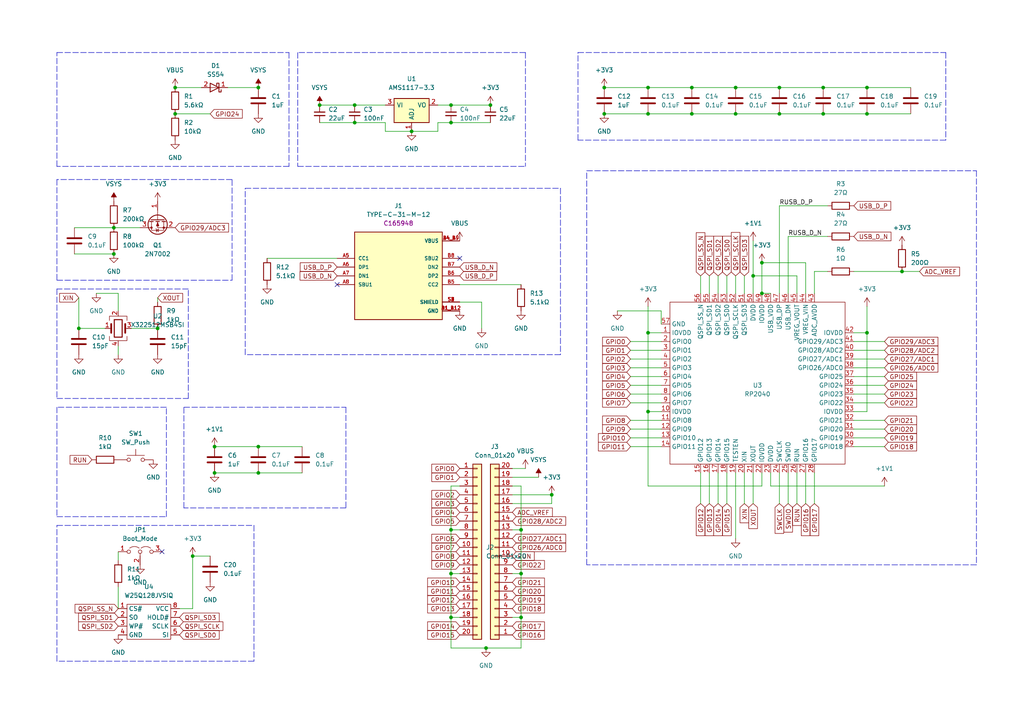
<source format=kicad_sch>
(kicad_sch (version 20211123) (generator eeschema)
  (paper "A4")
  (junction (at 130.81 179.07))
  (junction (at 213.36 25.4))
  (junction (at 130.81 35.56))
  (junction (at 187.96 119.38))
  (junction (at 130.81 30.48))
  (junction (at 45.72 95.25))
  (junction (at 151.13 166.37))
  (junction (at 251.46 25.4))
  (junction (at 218.44 80.01))
  (junction (at 175.26 33.02))
  (junction (at 175.26 25.4))
  (junction (at 213.36 33.02))
  (junction (at 102.87 35.56))
  (junction (at 74.93 129.54))
  (junction (at 151.13 153.67))
  (junction (at 251.46 33.02))
  (junction (at 200.66 25.4))
  (junction (at 238.76 33.02))
  (junction (at 187.96 33.02))
  (junction (at 22.86 95.25))
  (junction (at 62.23 137.16))
  (junction (at 251.46 96.52))
  (junction (at 220.98 76.2))
  (junction (at 238.76 25.4))
  (junction (at 140.97 187.96))
  (junction (at 55.88 161.29))
  (junction (at 50.8 25.4))
  (junction (at 187.96 96.52))
  (junction (at 187.96 25.4))
  (junction (at 102.87 30.48))
  (junction (at 226.06 25.4))
  (junction (at 33.02 66.04))
  (junction (at 74.93 137.16))
  (junction (at 226.06 33.02))
  (junction (at 33.02 73.66))
  (junction (at 160.02 143.51))
  (junction (at 130.81 166.37))
  (junction (at 119.38 38.1))
  (junction (at 200.66 33.02))
  (junction (at 151.13 179.07))
  (junction (at 62.23 129.54))
  (junction (at 74.93 25.4))
  (junction (at 130.81 153.67))
  (junction (at 220.98 85.09))
  (junction (at 142.24 30.48))
  (junction (at 50.8 33.02))
  (junction (at 261.62 78.74))
  (junction (at 92.71 30.48))
  (no_connect (at 46.99 160.02))
  (no_connect (at 97.79 82.55))
  (no_connect (at 133.35 74.93))
  (wire (pts (xy 133.35 140.97) (xy 130.81 140.97)))
  (wire (pts (xy 205.74 137.16) (xy 205.74 146.05)))
  (wire (pts (xy 213.36 80.01) (xy 213.36 85.09)))
  (wire (pts (xy 220.98 85.09) (xy 223.52 85.09)))
  (polyline (pts (xy 16.51 191.77) (xy 16.51 152.4)))
  (wire (pts (xy 182.88 127) (xy 191.77 127)))
  (wire (pts (xy 208.28 137.16) (xy 208.28 146.05)))
  (wire (pts (xy 133.35 153.67) (xy 130.81 153.67)))
  (wire (pts (xy 200.66 25.4) (xy 213.36 25.4)))
  (wire (pts (xy 130.81 140.97) (xy 130.81 153.67)))
  (polyline (pts (xy 16.51 118.11) (xy 16.51 149.86)))
  (polyline (pts (xy 162.56 54.61) (xy 162.56 102.87)))
  (polyline (pts (xy 167.64 15.24) (xy 274.32 15.24)))
  (wire (pts (xy 247.65 119.38) (xy 251.46 119.38)))
  (wire (pts (xy 191.77 119.38) (xy 187.96 119.38)))
  (wire (pts (xy 220.98 137.16) (xy 220.98 140.97)))
  (wire (pts (xy 247.65 111.76) (xy 256.54 111.76)))
  (wire (pts (xy 127 35.56) (xy 127 38.1)))
  (wire (pts (xy 33.02 66.04) (xy 40.64 66.04)))
  (wire (pts (xy 175.26 33.02) (xy 187.96 33.02)))
  (wire (pts (xy 238.76 25.4) (xy 251.46 25.4)))
  (wire (pts (xy 21.59 66.04) (xy 33.02 66.04)))
  (wire (pts (xy 220.98 76.2) (xy 220.98 85.09)))
  (polyline (pts (xy 86.36 15.24) (xy 86.36 48.26)))
  (polyline (pts (xy 274.32 15.24) (xy 274.32 40.64)))
  (wire (pts (xy 236.22 85.09) (xy 236.22 78.74)))
  (wire (pts (xy 251.46 119.38) (xy 251.46 96.52)))
  (polyline (pts (xy 16.51 48.26) (xy 16.51 15.24)))
  (wire (pts (xy 210.82 137.16) (xy 210.82 146.05)))
  (wire (pts (xy 92.71 30.48) (xy 102.87 30.48)))
  (wire (pts (xy 226.06 33.02) (xy 238.76 33.02)))
  (wire (pts (xy 226.06 59.69) (xy 240.03 59.69)))
  (polyline (pts (xy 83.82 48.26) (xy 16.51 48.26)))
  (wire (pts (xy 127 38.1) (xy 119.38 38.1)))
  (polyline (pts (xy 274.32 40.64) (xy 167.64 40.64)))
  (wire (pts (xy 130.81 35.56) (xy 127 35.56)))
  (wire (pts (xy 45.72 86.36) (xy 45.72 87.63)))
  (wire (pts (xy 182.88 99.06) (xy 191.77 99.06)))
  (polyline (pts (xy 73.66 152.4) (xy 73.66 191.77)))
  (wire (pts (xy 58.42 25.4) (xy 50.8 25.4)))
  (polyline (pts (xy 167.64 40.64) (xy 167.64 15.24)))
  (wire (pts (xy 102.87 30.48) (xy 111.76 30.48)))
  (polyline (pts (xy 152.4 15.24) (xy 152.4 48.26)))
  (wire (pts (xy 218.44 137.16) (xy 218.44 146.05)))
  (polyline (pts (xy 48.26 118.11) (xy 16.51 118.11)))
  (wire (pts (xy 151.13 179.07) (xy 151.13 166.37)))
  (wire (pts (xy 62.23 129.54) (xy 74.93 129.54)))
  (polyline (pts (xy 71.12 54.61) (xy 162.56 54.61)))
  (polyline (pts (xy 16.51 15.24) (xy 83.82 15.24)))
  (polyline (pts (xy 48.26 149.86) (xy 48.26 118.11)))
  (polyline (pts (xy 54.61 83.82) (xy 16.51 83.82)))
  (polyline (pts (xy 73.66 191.77) (xy 16.51 191.77)))
  (wire (pts (xy 55.88 176.53) (xy 55.88 161.29)))
  (wire (pts (xy 223.52 140.97) (xy 223.52 137.16)))
  (wire (pts (xy 247.65 99.06) (xy 256.54 99.06)))
  (wire (pts (xy 187.96 33.02) (xy 200.66 33.02)))
  (wire (pts (xy 182.88 114.3) (xy 191.77 114.3)))
  (wire (pts (xy 247.65 109.22) (xy 256.54 109.22)))
  (wire (pts (xy 233.68 85.09) (xy 233.68 76.2)))
  (wire (pts (xy 226.06 25.4) (xy 238.76 25.4)))
  (wire (pts (xy 60.96 33.02) (xy 50.8 33.02)))
  (polyline (pts (xy 53.34 118.11) (xy 100.33 118.11)))
  (wire (pts (xy 133.35 82.55) (xy 151.13 82.55)))
  (wire (pts (xy 213.36 137.16) (xy 213.36 156.21)))
  (wire (pts (xy 34.29 160.02) (xy 34.29 162.56)))
  (wire (pts (xy 247.65 101.6) (xy 256.54 101.6)))
  (polyline (pts (xy 54.61 115.57) (xy 54.61 83.82)))
  (wire (pts (xy 182.88 104.14) (xy 191.77 104.14)))
  (wire (pts (xy 139.7 87.63) (xy 139.7 95.25)))
  (wire (pts (xy 21.59 73.66) (xy 33.02 73.66)))
  (wire (pts (xy 102.87 35.56) (xy 111.76 35.56)))
  (wire (pts (xy 236.22 78.74) (xy 240.03 78.74)))
  (wire (pts (xy 148.59 138.43) (xy 156.21 138.43)))
  (wire (pts (xy 191.77 90.17) (xy 191.77 93.98)))
  (wire (pts (xy 247.65 78.74) (xy 261.62 78.74)))
  (wire (pts (xy 256.54 140.97) (xy 223.52 140.97)))
  (wire (pts (xy 151.13 166.37) (xy 151.13 153.67)))
  (wire (pts (xy 130.81 153.67) (xy 130.81 166.37)))
  (polyline (pts (xy 67.31 52.07) (xy 16.51 52.07)))
  (wire (pts (xy 182.88 111.76) (xy 191.77 111.76)))
  (wire (pts (xy 203.2 80.01) (xy 203.2 85.09)))
  (wire (pts (xy 179.07 90.17) (xy 191.77 90.17)))
  (wire (pts (xy 148.59 153.67) (xy 151.13 153.67)))
  (wire (pts (xy 38.1 95.25) (xy 45.72 95.25)))
  (wire (pts (xy 231.14 80.01) (xy 218.44 80.01)))
  (wire (pts (xy 228.6 137.16) (xy 228.6 146.05)))
  (wire (pts (xy 215.9 80.01) (xy 215.9 85.09)))
  (wire (pts (xy 77.47 74.93) (xy 97.79 74.93)))
  (wire (pts (xy 55.88 161.29) (xy 60.96 161.29)))
  (wire (pts (xy 215.9 137.16) (xy 215.9 146.05)))
  (wire (pts (xy 210.82 80.01) (xy 210.82 85.09)))
  (polyline (pts (xy 16.51 149.86) (xy 48.26 149.86)))
  (wire (pts (xy 187.96 25.4) (xy 200.66 25.4)))
  (wire (pts (xy 261.62 78.74) (xy 266.7 78.74)))
  (wire (pts (xy 22.86 95.25) (xy 30.48 95.25)))
  (wire (pts (xy 236.22 137.16) (xy 236.22 146.05)))
  (wire (pts (xy 251.46 88.9) (xy 251.46 96.52)))
  (polyline (pts (xy 170.18 163.83) (xy 170.18 49.53)))
  (polyline (pts (xy 283.21 163.83) (xy 170.18 163.83)))
  (wire (pts (xy 231.14 137.16) (xy 231.14 146.05)))
  (polyline (pts (xy 283.21 49.53) (xy 283.21 163.83)))
  (wire (pts (xy 220.98 140.97) (xy 187.96 140.97)))
  (polyline (pts (xy 16.51 81.28) (xy 67.31 81.28)))
  (wire (pts (xy 148.59 179.07) (xy 151.13 179.07)))
  (wire (pts (xy 231.14 85.09) (xy 231.14 80.01)))
  (polyline (pts (xy 162.56 102.87) (xy 71.12 102.87)))
  (wire (pts (xy 182.88 101.6) (xy 191.77 101.6)))
  (wire (pts (xy 127 30.48) (xy 130.81 30.48)))
  (polyline (pts (xy 16.51 52.07) (xy 16.51 81.28)))
  (wire (pts (xy 213.36 33.02) (xy 226.06 33.02)))
  (wire (pts (xy 34.29 170.18) (xy 34.29 176.53)))
  (wire (pts (xy 148.59 166.37) (xy 151.13 166.37)))
  (wire (pts (xy 205.74 80.01) (xy 205.74 85.09)))
  (polyline (pts (xy 16.51 152.4) (xy 73.66 152.4)))
  (polyline (pts (xy 100.33 147.32) (xy 53.34 147.32)))
  (wire (pts (xy 66.04 25.4) (xy 74.93 25.4)))
  (wire (pts (xy 22.86 86.36) (xy 22.86 95.25)))
  (wire (pts (xy 148.59 135.89) (xy 152.4 135.89)))
  (wire (pts (xy 148.59 146.05) (xy 160.02 146.05)))
  (wire (pts (xy 133.35 179.07) (xy 130.81 179.07)))
  (wire (pts (xy 228.6 85.09) (xy 228.6 68.58)))
  (wire (pts (xy 34.29 85.09) (xy 34.29 90.17)))
  (wire (pts (xy 182.88 109.22) (xy 191.77 109.22)))
  (wire (pts (xy 133.35 166.37) (xy 130.81 166.37)))
  (wire (pts (xy 187.96 88.9) (xy 187.96 96.52)))
  (wire (pts (xy 182.88 116.84) (xy 191.77 116.84)))
  (wire (pts (xy 208.28 80.01) (xy 208.28 85.09)))
  (wire (pts (xy 74.93 129.54) (xy 87.63 129.54)))
  (wire (pts (xy 247.65 127) (xy 256.54 127)))
  (wire (pts (xy 151.13 187.96) (xy 151.13 179.07)))
  (wire (pts (xy 52.07 176.53) (xy 55.88 176.53)))
  (polyline (pts (xy 83.82 15.24) (xy 83.82 48.26)))
  (wire (pts (xy 133.35 87.63) (xy 139.7 87.63)))
  (polyline (pts (xy 100.33 118.11) (xy 100.33 147.32)))
  (wire (pts (xy 233.68 76.2) (xy 220.98 76.2)))
  (wire (pts (xy 247.65 124.46) (xy 256.54 124.46)))
  (wire (pts (xy 251.46 33.02) (xy 264.16 33.02)))
  (wire (pts (xy 187.96 96.52) (xy 191.77 96.52)))
  (wire (pts (xy 74.93 137.16) (xy 87.63 137.16)))
  (wire (pts (xy 182.88 121.92) (xy 191.77 121.92)))
  (wire (pts (xy 148.59 143.51) (xy 160.02 143.51)))
  (wire (pts (xy 213.36 25.4) (xy 226.06 25.4)))
  (wire (pts (xy 34.29 102.87) (xy 34.29 100.33)))
  (wire (pts (xy 142.24 35.56) (xy 130.81 35.56)))
  (wire (pts (xy 203.2 137.16) (xy 203.2 146.05)))
  (wire (pts (xy 140.97 187.96) (xy 151.13 187.96)))
  (polyline (pts (xy 16.51 83.82) (xy 16.51 115.57)))
  (wire (pts (xy 228.6 68.58) (xy 240.03 68.58)))
  (wire (pts (xy 92.71 35.56) (xy 102.87 35.56)))
  (wire (pts (xy 247.65 114.3) (xy 256.54 114.3)))
  (polyline (pts (xy 53.34 147.32) (xy 53.34 118.11)))
  (wire (pts (xy 182.88 129.54) (xy 191.77 129.54)))
  (wire (pts (xy 182.88 106.68) (xy 191.77 106.68)))
  (wire (pts (xy 251.46 25.4) (xy 264.16 25.4)))
  (wire (pts (xy 247.65 129.54) (xy 256.54 129.54)))
  (wire (pts (xy 238.76 33.02) (xy 251.46 33.02)))
  (wire (pts (xy 151.13 140.97) (xy 148.59 140.97)))
  (wire (pts (xy 130.81 30.48) (xy 142.24 30.48)))
  (wire (pts (xy 247.65 121.92) (xy 256.54 121.92)))
  (wire (pts (xy 247.65 104.14) (xy 256.54 104.14)))
  (wire (pts (xy 226.06 85.09) (xy 226.06 59.69)))
  (wire (pts (xy 111.76 38.1) (xy 119.38 38.1)))
  (wire (pts (xy 226.06 137.16) (xy 226.06 146.05)))
  (wire (pts (xy 130.81 179.07) (xy 130.81 187.96)))
  (wire (pts (xy 200.66 33.02) (xy 213.36 33.02)))
  (wire (pts (xy 151.13 153.67) (xy 151.13 140.97)))
  (wire (pts (xy 247.65 106.68) (xy 256.54 106.68)))
  (polyline (pts (xy 170.18 49.53) (xy 283.21 49.53)))
  (wire (pts (xy 160.02 146.05) (xy 160.02 143.51)))
  (wire (pts (xy 218.44 80.01) (xy 218.44 85.09)))
  (wire (pts (xy 130.81 187.96) (xy 140.97 187.96)))
  (polyline (pts (xy 16.51 115.57) (xy 54.61 115.57)))
  (wire (pts (xy 130.81 166.37) (xy 130.81 179.07)))
  (wire (pts (xy 187.96 140.97) (xy 187.96 119.38)))
  (wire (pts (xy 218.44 69.85) (xy 218.44 80.01)))
  (wire (pts (xy 251.46 96.52) (xy 247.65 96.52)))
  (polyline (pts (xy 67.31 81.28) (xy 67.31 52.07)))
  (wire (pts (xy 111.76 35.56) (xy 111.76 38.1)))
  (wire (pts (xy 182.88 124.46) (xy 191.77 124.46)))
  (polyline (pts (xy 71.12 102.87) (xy 71.12 54.61)))
  (wire (pts (xy 247.65 116.84) (xy 256.54 116.84)))
  (wire (pts (xy 27.94 85.09) (xy 34.29 85.09)))
  (wire (pts (xy 233.68 137.16) (xy 233.68 146.05)))
  (wire (pts (xy 62.23 137.16) (xy 74.93 137.16)))
  (wire (pts (xy 187.96 96.52) (xy 187.96 119.38)))
  (polyline (pts (xy 86.36 48.26) (xy 152.4 48.26)))
  (polyline (pts (xy 152.4 15.24) (xy 86.36 15.24)))
  (wire (pts (xy 175.26 25.4) (xy 187.96 25.4)))
  (label "RUSB_D_N" (at 228.6 68.58 0))
  (label "RUSB_D_P" (at 226.06 59.69 0))
  (global_label "GPIO27{slash}ADC1" (shape input) (at 148.59 156.21 0) (property "Intersheet References" "${INTERSHEET_REFS}" (effects hide)))
  (global_label "GPIO26{slash}ADC0" (shape input) (at 148.59 158.75 0) (property "Intersheet References" "${INTERSHEET_REFS}" (effects hide)))
  (global_label "GPIO15" (shape input) (at 133.35 184.15 180) (property "Intersheet References" "${INTERSHEET_REFS}" (effects hide)))
  (global_label "GPIO20" (shape input) (at 256.54 124.46 0) (property "Intersheet References" "${INTERSHEET_REFS}" (effects hide)))
  (global_label "GPIO2" (shape input) (at 182.88 104.14 180) (property "Intersheet References" "${INTERSHEET_REFS}" (effects hide)))
  (global_label "GPIO10" (shape input) (at 182.88 127 180) (property "Intersheet References" "${INTERSHEET_REFS}" (effects hide)))
  (global_label "XOUT" (shape input) (at 218.44 146.05 270) (property "Intersheet References" "${INTERSHEET_REFS}" (effects hide)))
  (global_label "XOUT" (shape input) (at 45.72 86.36 0) (property "Intersheet References" "${INTERSHEET_REFS}" (effects hide)))
  (global_label "QSPI_SD2" (shape input) (at 34.29 181.61 180) (property "Intersheet References" "${INTERSHEET_REFS}" (effects hide)))
  (global_label "GPIO22" (shape input) (at 256.54 116.84 0) (property "Intersheet References" "${INTERSHEET_REFS}" (effects hide)))
  (global_label "GPIO12" (shape input) (at 133.35 173.99 180) (property "Intersheet References" "${INTERSHEET_REFS}" (effects hide)))
  (global_label "GPIO22" (shape input) (at 148.59 163.83 0) (property "Intersheet References" "${INTERSHEET_REFS}" (effects hide)))
  (global_label "GPIO6" (shape input) (at 133.35 156.21 180) (property "Intersheet References" "${INTERSHEET_REFS}" (effects hide)))
  (global_label "SWCLK" (shape input) (at 226.06 146.05 270) (property "Intersheet References" "${INTERSHEET_REFS}" (effects hide)))
  (global_label "GPIO14" (shape input) (at 208.28 146.05 270) (property "Intersheet References" "${INTERSHEET_REFS}" (effects hide)))
  (global_label "GPIO5" (shape input) (at 133.35 151.13 180) (property "Intersheet References" "${INTERSHEET_REFS}" (effects hide)))
  (global_label "GPIO8" (shape input) (at 133.35 161.29 180) (property "Intersheet References" "${INTERSHEET_REFS}" (effects hide)))
  (global_label "GPIO7" (shape input) (at 182.88 116.84 180) (property "Intersheet References" "${INTERSHEET_REFS}" (effects hide)))
  (global_label "QSPI_SD1" (shape input) (at 34.29 179.07 180) (property "Intersheet References" "${INTERSHEET_REFS}" (effects hide)))
  (global_label "GPIO17" (shape input) (at 148.59 181.61 0) (property "Intersheet References" "${INTERSHEET_REFS}" (effects hide)))
  (global_label "QSPI_SCLK" (shape input) (at 213.36 80.01 90) (property "Intersheet References" "${INTERSHEET_REFS}" (effects hide)))
  (global_label "GPIO21" (shape input) (at 256.54 121.92 0) (property "Intersheet References" "${INTERSHEET_REFS}" (effects hide)))
  (global_label "GPIO11" (shape input) (at 133.35 171.45 180) (property "Intersheet References" "${INTERSHEET_REFS}" (effects hide)))
  (global_label "GPIO13" (shape input) (at 133.35 176.53 180) (property "Intersheet References" "${INTERSHEET_REFS}" (effects hide)))
  (global_label "QSPI_SD2" (shape input) (at 208.28 80.01 90) (property "Intersheet References" "${INTERSHEET_REFS}" (effects hide)))
  (global_label "QSPI_SD0" (shape input) (at 210.82 80.01 90) (property "Intersheet References" "${INTERSHEET_REFS}" (effects hide)))
  (global_label "GPIO1" (shape input) (at 133.35 138.43 180) (property "Intersheet References" "${INTERSHEET_REFS}" (effects hide)))
  (global_label "GPIO25" (shape input) (at 256.54 109.22 0) (property "Intersheet References" "${INTERSHEET_REFS}" (effects hide)))
  (global_label "USB_D_N" (shape input) (at 133.35 77.47 0) (property "Intersheet References" "${INTERSHEET_REFS}" (effects hide)))
  (global_label "GPIO6" (shape input) (at 182.88 114.3 180) (property "Intersheet References" "${INTERSHEET_REFS}" (effects hide)))
  (global_label "RUN" (shape input) (at 148.59 161.29 0) (property "Intersheet References" "${INTERSHEET_REFS}" (effects hide)))
  (global_label "RUN" (shape input) (at 26.67 133.35 180) (property "Intersheet References" "${INTERSHEET_REFS}" (effects hide)))
  (global_label "GPIO3" (shape input) (at 182.88 106.68 180) (property "Intersheet References" "${INTERSHEET_REFS}" (effects hide)))
  (global_label "GPIO21" (shape input) (at 148.59 168.91 0) (property "Intersheet References" "${INTERSHEET_REFS}" (effects hide)))
  (global_label "USB_D_N" (shape input) (at 247.65 68.58 0) (property "Intersheet References" "${INTERSHEET_REFS}" (effects hide)))
  (global_label "QSPI_SS_N" (shape input) (at 34.29 176.53 180) (property "Intersheet References" "${INTERSHEET_REFS}" (effects hide)))
  (global_label "GPIO19" (shape input) (at 256.54 127 0) (property "Intersheet References" "${INTERSHEET_REFS}" (effects hide)))
  (global_label "USB_D_N" (shape input) (at 97.79 80.01 180) (property "Intersheet References" "${INTERSHEET_REFS}" (effects hide)))
  (global_label "GPIO16" (shape input) (at 233.68 146.05 270) (property "Intersheet References" "${INTERSHEET_REFS}" (effects hide)))
  (global_label "QSPI_SD3" (shape input) (at 215.9 80.01 90) (property "Intersheet References" "${INTERSHEET_REFS}" (effects hide)))
  (global_label "GPIO8" (shape input) (at 182.88 121.92 180) (property "Intersheet References" "${INTERSHEET_REFS}" (effects hide)))
  (global_label "GPIO10" (shape input) (at 133.35 168.91 180) (property "Intersheet References" "${INTERSHEET_REFS}" (effects hide)))
  (global_label "GPIO29{slash}ADC3" (shape input) (at 50.8 66.04 0) (property "Intersheet References" "${INTERSHEET_REFS}" (effects hide)))
  (global_label "GPIO13" (shape input) (at 205.74 146.05 270) (property "Intersheet References" "${INTERSHEET_REFS}" (effects hide)))
  (global_label "USB_D_P" (shape input) (at 133.35 80.01 0) (property "Intersheet References" "${INTERSHEET_REFS}" (effects hide)))
  (global_label "GPIO17" (shape input) (at 236.22 146.05 270) (property "Intersheet References" "${INTERSHEET_REFS}" (effects hide)))
  (global_label "GPIO0" (shape input) (at 133.35 135.89 180) (property "Intersheet References" "${INTERSHEET_REFS}" (effects hide)))
  (global_label "QSPI_SCLK" (shape input) (at 52.07 181.61 0) (property "Intersheet References" "${INTERSHEET_REFS}" (effects hide)))
  (global_label "GPIO2" (shape input) (at 133.35 143.51 180) (property "Intersheet References" "${INTERSHEET_REFS}" (effects hide)))
  (global_label "GPIO15" (shape input) (at 210.82 146.05 270) (property "Intersheet References" "${INTERSHEET_REFS}" (effects hide)))
  (global_label "GPIO28{slash}ADC2" (shape input) (at 148.59 151.13 0) (property "Intersheet References" "${INTERSHEET_REFS}" (effects hide)))
  (global_label "SWDIO" (shape input) (at 228.6 146.05 270) (property "Intersheet References" "${INTERSHEET_REFS}" (effects hide)))
  (global_label "QSPI_SD1" (shape input) (at 205.74 80.01 90) (property "Intersheet References" "${INTERSHEET_REFS}" (effects hide)))
  (global_label "GPIO29{slash}ADC3" (shape input) (at 256.54 99.06 0) (property "Intersheet References" "${INTERSHEET_REFS}" (effects hide)))
  (global_label "GPIO28{slash}ADC2" (shape input) (at 256.54 101.6 0) (property "Intersheet References" "${INTERSHEET_REFS}" (effects hide)))
  (global_label "XIN" (shape input) (at 215.9 146.05 270) (property "Intersheet References" "${INTERSHEET_REFS}" (effects hide)))
  (global_label "GPIO26{slash}ADC0" (shape input) (at 256.54 106.68 0) (property "Intersheet References" "${INTERSHEET_REFS}" (effects hide)))
  (global_label "GPIO19" (shape input) (at 148.59 173.99 0) (property "Intersheet References" "${INTERSHEET_REFS}" (effects hide)))
  (global_label "GPIO7" (shape input) (at 133.35 158.75 180) (property "Intersheet References" "${INTERSHEET_REFS}" (effects hide)))
  (global_label "GPIO18" (shape input) (at 148.59 176.53 0) (property "Intersheet References" "${INTERSHEET_REFS}" (effects hide)))
  (global_label "GPIO0" (shape input) (at 182.88 99.06 180) (property "Intersheet References" "${INTERSHEET_REFS}" (effects hide)))
  (global_label "GPIO27{slash}ADC1" (shape input) (at 256.54 104.14 0) (property "Intersheet References" "${INTERSHEET_REFS}" (effects hide)))
  (global_label "GPIO23" (shape input) (at 256.54 114.3 0) (property "Intersheet References" "${INTERSHEET_REFS}" (effects hide)))
  (global_label "GPIO5" (shape input) (at 182.88 111.76 180) (property "Intersheet References" "${INTERSHEET_REFS}" (effects hide)))
  (global_label "GPIO20" (shape input) (at 148.59 171.45 0) (property "Intersheet References" "${INTERSHEET_REFS}" (effects hide)))
  (global_label "GPIO14" (shape input) (at 133.35 181.61 180) (property "Intersheet References" "${INTERSHEET_REFS}" (effects hide)))
  (global_label "QSPI_SD0" (shape input) (at 52.07 184.15 0) (property "Intersheet References" "${INTERSHEET_REFS}" (effects hide)))
  (global_label "ADC_VREF" (shape input) (at 266.7 78.74 0) (property "Intersheet References" "${INTERSHEET_REFS}" (effects hide)))
  (global_label "GPIO12" (shape input) (at 203.2 146.05 270) (property "Intersheet References" "${INTERSHEET_REFS}" (effects hide)))
  (global_label "GPIO1" (shape input) (at 182.88 101.6 180) (property "Intersheet References" "${INTERSHEET_REFS}" (effects hide)))
  (global_label "GPIO24" (shape input) (at 256.54 111.76 0) (property "Intersheet References" "${INTERSHEET_REFS}" (effects hide)))
  (global_label "USB_D_P" (shape input) (at 97.79 77.47 180) (property "Intersheet References" "${INTERSHEET_REFS}" (effects hide)))
  (global_label "XIN" (shape input) (at 22.86 86.36 180) (property "Intersheet References" "${INTERSHEET_REFS}" (effects hide)))
  (global_label "QSPI_SD3" (shape input) (at 52.07 179.07 0) (property "Intersheet References" "${INTERSHEET_REFS}" (effects hide)))
  (global_label "GPIO9" (shape input) (at 182.88 124.46 180) (property "Intersheet References" "${INTERSHEET_REFS}" (effects hide)))
  (global_label "GPIO9" (shape input) (at 133.35 163.83 180) (property "Intersheet References" "${INTERSHEET_REFS}" (effects hide)))
  (global_label "RUN" (shape input) (at 231.14 146.05 270) (property "Intersheet References" "${INTERSHEET_REFS}" (effects hide)))
  (global_label "QSPI_SS_N" (shape input) (at 203.2 80.01 90) (property "Intersheet References" "${INTERSHEET_REFS}" (effects hide)))
  (global_label "GPIO11" (shape input) (at 182.88 129.54 180) (property "Intersheet References" "${INTERSHEET_REFS}" (effects hide)))
  (global_label "GPIO18" (shape input) (at 256.54 129.54 0) (property "Intersheet References" "${INTERSHEET_REFS}" (effects hide)))
  (global_label "ADC_VREF" (shape input) (at 148.59 148.59 0) (property "Intersheet References" "${INTERSHEET_REFS}" (effects hide)))
  (global_label "GPIO4" (shape input) (at 133.35 148.59 180) (property "Intersheet References" "${INTERSHEET_REFS}" (effects hide)))
  (global_label "GPIO4" (shape input) (at 182.88 109.22 180) (property "Intersheet References" "${INTERSHEET_REFS}" (effects hide)))
  (global_label "GPIO3" (shape input) (at 133.35 146.05 180) (property "Intersheet References" "${INTERSHEET_REFS}" (effects hide)))
  (global_label "GPIO16" (shape input) (at 148.59 184.15 0) (property "Intersheet References" "${INTERSHEET_REFS}" (effects hide)))
  (global_label "USB_D_P" (shape input) (at 247.65 59.69 0) (property "Intersheet References" "${INTERSHEET_REFS}" (effects hide)))
  (global_label "GPIO24" (shape input) (at 60.96 33.02 0) (property "Intersheet References" "${INTERSHEET_REFS}" (effects hide)))
  (symbol (lib_id "Device:R") (at 77.47 78.74 180) (unit 1)
    (property "Reference" "R12" (at 80.01 77.4699 0) (effects (justify right)))
    (property "Value" "5.1kΩ" (at 80.01 80.0099 0) (effects (justify right)))
    (property "Footprint" "Resistor_SMD:R_0402_1005Metric" (effects hide))
  )
  (symbol (lib_id "Device:R") (at 33.02 62.23 0) (unit 1)
    (property "Reference" "R7" (at 35.56 60.9599 0) (effects (justify left)))
    (property "Value" "200kΩ" (at 35.56 63.4999 0) (effects (justify left)))
    (property "Footprint" "Resistor_SMD:R_0402_1005Metric" (effects hide))
    (property "LCSC" "C25764" (effects hide))
    (property "JLCPCB Class" "B" (effects hide))
  )
  (symbol (lib_id "Device:R") (at 50.8 29.21 0) (unit 1)
    (property "Reference" "R1" (at 53.34 27.9399 0) (effects (justify left)))
    (property "Value" "5.6kΩ" (at 53.34 30.4799 0) (effects (justify left)))
    (property "Footprint" "Resistor_SMD:R_0402_1005Metric" (effects hide))
    (property "LCSC" "C25908" (effects hide))
    (property "JLCPCB Class" "B" (effects hide))
  )
  (symbol (lib_id "power:+3.3V") (at 142.24 30.48 0) (unit 1)
    (property "Reference" "#PWR0124" (effects hide))
    (property "Value" "+3.3V" (at 142.24 25.4 0))
  )
  (symbol (lib_id "Device:R") (at 33.02 69.85 180) (unit 1)
    (property "Reference" "R8" (at 35.56 68.5799 0) (effects (justify right)))
    (property "Value" "100kΩ" (at 35.56 71.1199 0) (effects (justify right)))
    (property "Footprint" "Resistor_SMD:R_0402_1005Metric" (effects hide))
    (property "LCSC" "C25741" (effects hide))
    (property "JLCPCB Class" "B" (effects hide))
  )
  (symbol (lib_id "power:GND") (at 77.47 82.55 0) (unit 1)
    (property "Reference" "#PWR0110" (effects hide))
    (property "Value" "GND" (at 77.47 87.63 0))
  )
  (symbol (lib_id "power:GND") (at 60.96 168.91 0) (unit 1)
    (property "Reference" "#PWR0118" (effects hide))
    (property "Value" "GND" (at 60.96 173.99 0))
  )
  (symbol (lib_id "01-rickbassham:X322512MSB4SI") (at 34.29 82.55 0) (unit 1)
    (property "Reference" "U2" (at 45.72 91.6686 0))
    (property "Value" "X322512MSB4SI" (at 45.72 94.2086 0))
    (property "Footprint" "Crystal:Crystal_SMD_3225-4Pin_3.2x2.5mm" (effects hide))
    (property "Datasheet" "https://datasheet.lcsc.com/lcsc/2103291203_Yangxing-Tech-X322512MSB4SI_C9002.pdf" (effects hide))
    (property "LCSC" "C9002" (effects hide))
    (property "JLCPCB Class" "B" (effects hide))
  )
  (symbol (lib_id "power:+3.3V") (at 160.02 143.51 0) (unit 1)
    (property "Reference" "#PWR0136" (effects hide))
    (property "Value" "+3.3V" (at 160.02 138.43 0))
  )
  (symbol (lib_id "power:+3.3V") (at 187.96 88.9 0) (unit 1)
    (property "Reference" "#PWR0130" (effects hide))
    (property "Value" "+3.3V" (at 187.96 83.82 0))
  )
  (symbol (lib_id "Regulator_Linear:AMS1117") (at 119.38 30.48 0) (unit 1)
    (property "Reference" "U1" (at 119.38 22.86 0))
    (property "Value" "AMS1117-3.3" (at 119.38 25.4 0))
    (property "Footprint" "Package_TO_SOT_SMD:SOT-223-3_TabPin2" (effects hide))
    (property "Datasheet" "http://www.advanced-monolithic.com/pdf/ds1117.pdf" (effects hide))
    (property "LCSC" "C6186" (effects hide))
    (property "JLCPCB Class" "B" (effects hide))
  )
  (symbol (lib_id "Device:C_Small") (at 142.24 33.02 0) (unit 1)
    (property "Reference" "C5" (at 144.78 31.7562 0) (effects (justify left)))
    (property "Value" "22uF" (at 144.78 34.2962 0) (effects (justify left)))
    (property "Footprint" "Capacitor_SMD:C_0805_2012Metric" (effects hide))
    (property "LCSC" "C45783" (effects hide))
    (property "JLCPCB Class" "B" (effects hide))
  )
  (symbol (lib_id "Device:R") (at 45.72 91.44 0) (unit 1)
    (property "Reference" "R9" (at 48.26 90.1699 0) (effects (justify left)))
    (property "Value" "1kΩ" (at 48.26 92.7099 0) (effects (justify left)))
    (property "Footprint" "Resistor_SMD:R_0402_1005Metric" (effects hide))
    (property "LCSC" "C11702" (effects hide))
    (property "JLCPCB Class" "B" (effects hide))
  )
  (symbol (lib_id "Connector_Generic:Conn_01x20") (at 138.43 158.75 0) (unit 1)
    (property "Reference" "J2" (at 140.97 158.7499 0) (effects (justify left)))
    (property "Value" "Conn_01x20" (at 140.97 161.2899 0) (effects (justify left)))
    (property "Footprint" "Connector_PinHeader_2.54mm:PinHeader_1x20_P2.54mm_Vertical" (effects hide))
  )
  (symbol (lib_id "Device:C") (at 226.06 29.21 0) (unit 1)
    (property "Reference" "C16" (at 229.87 27.9399 0) (effects (justify left)))
    (property "Value" "0.1uF" (at 229.87 30.4799 0) (effects (justify left)))
    (property "Footprint" "Capacitor_SMD:C_0402_1005Metric" (effects hide))
    (property "LCSC" "C1525" (effects hide))
    (property "JLCPCB Class" "B" (effects hide))
  )
  (symbol (lib_id "Device:C") (at 175.26 29.21 0) (unit 1)
    (property "Reference" "C12" (at 179.07 27.9399 0) (effects (justify left)))
    (property "Value" "1uF" (at 179.07 30.4799 0) (effects (justify left)))
    (property "Footprint" "Capacitor_SMD:C_0402_1005Metric" (effects hide))
    (property "LCSC" "C52923" (effects hide))
    (property "JLCPCB Class" "B" (effects hide))
  )
  (symbol (lib_id "Device:C") (at 238.76 29.21 0) (unit 1)
    (property "Reference" "C17" (at 242.57 27.9399 0) (effects (justify left)))
    (property "Value" "0.1uF" (at 242.57 30.4799 0) (effects (justify left)))
    (property "Footprint" "Capacitor_SMD:C_0402_1005Metric" (effects hide))
    (property "LCSC" "C1525" (effects hide))
    (property "JLCPCB Class" "B" (effects hide))
  )
  (symbol (lib_id "Jumper:Jumper_3_Open") (at 40.64 160.02 0) (unit 1)
    (property "Reference" "JP1" (at 40.64 153.67 0))
    (property "Value" "Boot_Mode" (at 40.64 156.21 0))
    (property "Footprint" "Connector_PinHeader_2.54mm:PinHeader_1x03_P2.54mm_Vertical" (effects hide))
  )
  (symbol (lib_id "Device:C") (at 213.36 29.21 0) (unit 1)
    (property "Reference" "C15" (at 217.17 27.9399 0) (effects (justify left)))
    (property "Value" "0.1uF" (at 217.17 30.4799 0) (effects (justify left)))
    (property "Footprint" "Capacitor_SMD:C_0402_1005Metric" (effects hide))
    (property "LCSC" "C1525" (effects hide))
    (property "JLCPCB Class" "B" (effects hide))
  )
  (symbol (lib_id "Device:C") (at 60.96 165.1 0) (unit 1)
    (property "Reference" "C20" (at 64.77 163.8299 0) (effects (justify left)))
    (property "Value" "0.1uF" (at 64.77 166.3699 0) (effects (justify left)))
    (property "Footprint" "Capacitor_SMD:C_0402_1005Metric" (effects hide))
    (property "LCSC" "C1525" (effects hide))
    (property "JLCPCB Class" "B" (effects hide))
  )
  (symbol (lib_id "power:+3.3V") (at 251.46 88.9 0) (unit 1)
    (property "Reference" "#PWR0126" (effects hide))
    (property "Value" "+3.3V" (at 251.46 83.82 0))
  )
  (symbol (lib_id "power:GND") (at 22.86 102.87 0) (unit 1)
    (property "Reference" "#PWR0107" (effects hide))
    (property "Value" "GND" (at 22.86 107.95 0))
  )
  (symbol (lib_id "Device:R") (at 243.84 78.74 90) (unit 1)
    (property "Reference" "R6" (at 243.84 72.39 90))
    (property "Value" "1Ω" (at 243.84 74.93 90))
    (property "Footprint" "Resistor_SMD:R_0402_1005Metric" (effects hide))
    (property "LCSC" "C25086" (effects hide))
    (property "JLCPCB Class" "B" (effects hide))
  )
  (symbol (lib_id "power:GND") (at 175.26 33.02 0) (unit 1)
    (property "Reference" "#PWR0120" (effects hide))
    (property "Value" "GND" (at 175.26 38.1 0))
  )
  (symbol (lib_id "Device:C") (at 200.66 29.21 0) (unit 1)
    (property "Reference" "C14" (at 204.47 27.9399 0) (effects (justify left)))
    (property "Value" "0.1uF" (at 204.47 30.4799 0) (effects (justify left)))
    (property "Footprint" "Capacitor_SMD:C_0402_1005Metric" (effects hide))
    (property "LCSC" "C1525" (effects hide))
    (property "JLCPCB Class" "B" (effects hide))
  )
  (symbol (lib_id "Device:C") (at 21.59 69.85 0) (unit 1)
    (property "Reference" "C9" (at 25.4 68.5799 0) (effects (justify left)))
    (property "Value" "0.1uF" (at 25.4 71.1199 0) (effects (justify left)))
    (property "Footprint" "Capacitor_SMD:C_0402_1005Metric" (effects hide))
    (property "LCSC" "C1525" (effects hide))
    (property "JLCPCB Class" "B" (effects hide))
  )
  (symbol (lib_id "power:GND") (at 33.02 73.66 0) (unit 1)
    (property "Reference" "#PWR0109" (effects hide))
    (property "Value" "GND" (at 33.02 78.74 0))
  )
  (symbol (lib_id "power:VBUS") (at 152.4 135.89 0) (unit 1)
    (property "Reference" "#PWR0135" (effects hide))
    (property "Value" "VBUS" (at 152.4 130.81 0))
  )
  (symbol (lib_id "power:GND") (at 139.7 95.25 0) (unit 1)
    (property "Reference" "#PWR0137" (effects hide))
    (property "Value" "GND" (at 139.7 100.33 0))
  )
  (symbol (lib_id "power:GND") (at 133.35 90.17 0) (unit 1)
    (property "Reference" "#PWR0139" (effects hide))
    (property "Value" "GND" (at 133.35 95.25 0))
  )
  (symbol (lib_id "01-rickbassham:GD25Q16ETIGR") (at 43.18 170.18 0) (unit 1)
    (property "Reference" "U4" (at 43.18 170.18 0))
    (property "Value" "W25Q128JVSIQ" (at 43.18 172.72 0))
    (property "Footprint" "Package_SO:SOIC-8_3.9x4.9mm_P1.27mm" (effects hide))
    (property "LCSC" "C97521" (effects hide))
    (property "JLCPCB Class" "B" (effects hide))
  )
  (symbol (lib_id "Device:R") (at 30.48 133.35 90) (unit 1)
    (property "Reference" "R10" (at 30.48 127 90))
    (property "Value" "1kΩ" (at 30.48 129.54 90))
    (property "Footprint" "Resistor_SMD:R_0402_1005Metric" (effects hide))
    (property "LCSC" "C11702" (effects hide))
    (property "JLCPCB Class" "B" (effects hide))
  )
  (symbol (lib_id "Device:C") (at 264.16 29.21 0) (unit 1)
    (property "Reference" "C19" (at 267.97 27.9399 0) (effects (justify left)))
    (property "Value" "0.1uF" (at 267.97 30.4799 0) (effects (justify left)))
    (property "Footprint" "Capacitor_SMD:C_0402_1005Metric" (effects hide))
    (property "LCSC" "C1525" (effects hide))
    (property "JLCPCB Class" "B" (effects hide))
  )
  (symbol (lib_id "power:GND") (at 45.72 102.87 0) (unit 1)
    (property "Reference" "#PWR0105" (effects hide))
    (property "Value" "GND" (at 45.72 107.95 0))
  )
  (symbol (lib_id "Device:C_Small") (at 92.71 33.02 0) (unit 1)
    (property "Reference" "C2" (at 95.25 31.7562 0) (effects (justify left)))
    (property "Value" "22uF" (at 95.25 34.2962 0) (effects (justify left)))
    (property "Footprint" "Capacitor_SMD:C_0805_2012Metric" (effects hide))
    (property "LCSC" "C45783" (effects hide))
    (property "JLCPCB Class" "B" (effects hide))
  )
  (symbol (lib_id "Connector_Generic:Conn_01x20") (at 143.51 161.29 180) (unit 1)
    (property "Reference" "J3" (at 143.51 129.54 0))
    (property "Value" "Conn_01x20" (at 143.51 132.08 0))
    (property "Footprint" "Connector_PinHeader_2.54mm:PinHeader_1x20_P2.54mm_Vertical" (effects hide))
  )
  (symbol (lib_id "01-rickbassham:TYPE-C-31-M-12") (at 115.57 80.01 0) (unit 1)
    (property "Reference" "J1" (at 115.57 59.69 0))
    (property "Value" "TYPE-C-31-M-12" (at 115.57 62.23 0))
    (property "Footprint" "01-rickbassham:HRO_TYPE-C-31-M-12" (effects hide))
    (property "LCSC" "C165948" (at 115.57 64.77 0))
  )
  (symbol (lib_id "Device:C_Small") (at 130.81 33.02 0) (unit 1)
    (property "Reference" "C4" (at 133.35 31.7562 0) (effects (justify left)))
    (property "Value" "100nF" (at 133.35 34.2962 0) (effects (justify left)))
    (property "Footprint" "Capacitor_SMD:C_0402_1005Metric" (effects hide))
    (property "LCSC" "C307331" (effects hide))
    (property "JLCPCB Class" "B" (effects hide))
  )
  (symbol (lib_id "Device:R") (at 151.13 86.36 180) (unit 1)
    (property "Reference" "R13" (at 153.67 85.0899 0) (effects (justify right)))
    (property "Value" "5.1kΩ" (at 153.67 87.6299 0) (effects (justify right)))
    (property "Footprint" "Resistor_SMD:R_0402_1005Metric" (effects hide))
  )
  (symbol (lib_id "Device:R") (at 34.29 166.37 180) (unit 1)
    (property "Reference" "R11" (at 36.83 165.0999 0) (effects (justify right)))
    (property "Value" "1kΩ" (at 36.83 167.6399 0) (effects (justify right)))
    (property "Footprint" "Resistor_SMD:R_0402_1005Metric" (effects hide))
    (property "LCSC" "C11702" (effects hide))
    (property "JLCPCB Class" "B" (effects hide))
  )
  (symbol (lib_id "01-rickbassham:RP2040") (at 219.71 113.03 0) (unit 1)
    (property "Reference" "U3" (at 219.71 111.76 0))
    (property "Value" "RP2040" (at 219.71 114.3 0))
    (property "Footprint" "01-rickbassham:RP2040" (effects hide))
    (property "LCSC" "C2040" (effects hide))
    (property "JLCPCB Class" "E" (effects hide))
  )
  (symbol (lib_id "Device:R") (at 243.84 68.58 90) (unit 1)
    (property "Reference" "R4" (at 243.84 62.23 90))
    (property "Value" "27Ω" (at 243.84 64.77 90))
    (property "Footprint" "Resistor_SMD:R_0603_1608Metric" (effects hide))
    (property "LCSC" "C25190" (effects hide))
    (property "JLCPCB Class" "B" (effects hide))
  )
  (symbol (lib_id "Device:C") (at 45.72 99.06 0) (unit 1)
    (property "Reference" "C11" (at 49.53 97.7899 0) (effects (justify left)))
    (property "Value" "15pF" (at 49.53 100.3299 0) (effects (justify left)))
    (property "Footprint" "Capacitor_SMD:C_0402_1005Metric" (effects hide))
    (property "LCSC" "C1548" (effects hide))
    (property "JLCPCB Class" "B" (effects hide))
  )
  (symbol (lib_id "power:+3.3V") (at 45.72 58.42 0) (unit 1)
    (property "Reference" "#PWR0112" (effects hide))
    (property "Value" "+3.3V" (at 45.72 53.34 0))
  )
  (symbol (lib_id "power:+3.3V") (at 261.62 71.12 0) (unit 1)
    (property "Reference" "#PWR0125" (effects hide))
    (property "Value" "+3.3V" (at 261.62 66.04 0))
  )
  (symbol (lib_id "Device:C") (at 74.93 133.35 0) (unit 1)
    (property "Reference" "C7" (at 78.74 132.0799 0) (effects (justify left)))
    (property "Value" "0.1uF" (at 78.74 134.6199 0) (effects (justify left)))
    (property "Footprint" "Capacitor_SMD:C_0402_1005Metric" (effects hide))
    (property "LCSC" "C1525" (effects hide))
    (property "JLCPCB Class" "B" (effects hide))
  )
  (symbol (lib_id "power:VBUS") (at 133.35 69.85 0) (unit 1)
    (property "Reference" "#PWR0140" (effects hide))
    (property "Value" "VBUS" (at 133.35 64.77 0))
  )
  (symbol (lib_id "Device:C_Small") (at 102.87 33.02 0) (unit 1)
    (property "Reference" "C3" (at 105.41 31.7562 0) (effects (justify left)))
    (property "Value" "100nF" (at 105.41 34.2962 0) (effects (justify left)))
    (property "Footprint" "Capacitor_SMD:C_0402_1005Metric" (effects hide))
    (property "LCSC" "C307331" (effects hide))
    (property "JLCPCB Class" "B" (effects hide))
  )
  (symbol (lib_id "power:VBUS") (at 50.8 25.4 0) (unit 1)
    (property "Reference" "#PWR0101" (effects hide))
    (property "Value" "VBUS" (at 50.8 20.32 0))
  )
  (symbol (lib_id "Device:R") (at 50.8 36.83 0) (unit 1)
    (property "Reference" "R2" (at 53.34 35.5599 0) (effects (justify left)))
    (property "Value" "10kΩ" (at 53.34 38.0999 0) (effects (justify left)))
    (property "Footprint" "Resistor_SMD:R_0402_1005Metric" (effects hide))
    (property "LCSC" "C25744" (effects hide))
    (property "JLCPCB Class" "B" (effects hide))
  )
  (symbol (lib_id "power:GND") (at 34.29 102.87 0) (unit 1)
    (property "Reference" "#PWR0108" (effects hide))
    (property "Value" "GND" (at 34.29 107.95 0))
  )
  (symbol (lib_id "power:GND") (at 179.07 90.17 0) (unit 1)
    (property "Reference" "#PWR0129" (effects hide))
    (property "Value" "GND" (at 179.07 95.25 0))
  )
  (symbol (lib_id "Device:R") (at 243.84 59.69 90) (unit 1)
    (property "Reference" "R3" (at 243.84 53.34 90))
    (property "Value" "27Ω" (at 243.84 55.88 90))
    (property "Footprint" "Resistor_SMD:R_0603_1608Metric" (effects hide))
    (property "LCSC" "C25190" (effects hide))
    (property "JLCPCB Class" "B" (effects hide))
  )
  (symbol (lib_id "power:GND") (at 34.29 184.15 0) (unit 1)
    (property "Reference" "#PWR0117" (effects hide))
    (property "Value" "GND" (at 34.29 189.23 0))
  )
  (symbol (lib_id "power:+1V1") (at 62.23 129.54 0) (unit 1)
    (property "Reference" "#PWR0122" (effects hide))
    (property "Value" "+1V1" (at 62.23 124.46 0))
  )
  (symbol (lib_id "power:GND") (at 62.23 137.16 0) (unit 1)
    (property "Reference" "#PWR0121" (effects hide))
    (property "Value" "GND" (at 62.23 142.24 0))
  )
  (symbol (lib_id "01-rickbassham:VSYS") (at 92.71 30.48 0) (unit 1)
    (property "Reference" "#PWR0104" (effects hide))
    (property "Value" "VSYS" (at 92.71 25.4 0))
  )
  (symbol (lib_id "power:+3.3V") (at 55.88 161.29 0) (unit 1)
    (property "Reference" "#PWR0115" (effects hide))
    (property "Value" "+3.3V" (at 55.88 156.21 0))
  )
  (symbol (lib_id "power:+1V1") (at 218.44 69.85 0) (unit 1)
    (property "Reference" "#PWR0127" (effects hide))
    (property "Value" "+1V1" (at 218.44 64.77 0))
  )
  (symbol (lib_id "Device:C") (at 187.96 29.21 0) (unit 1)
    (property "Reference" "C13" (at 191.77 27.9399 0) (effects (justify left)))
    (property "Value" "0.1uF" (at 191.77 30.4799 0) (effects (justify left)))
    (property "Footprint" "Capacitor_SMD:C_0402_1005Metric" (effects hide))
    (property "LCSC" "C1525" (effects hide))
    (property "JLCPCB Class" "B" (effects hide))
  )
  (symbol (lib_id "Switch:SW_Push") (at 39.37 133.35 0) (unit 1)
    (property "Reference" "SW1" (at 39.37 125.73 0))
    (property "Value" "SW_Push" (at 39.37 128.27 0))
    (property "Footprint" "01-rickbassham:SW_TS-1187A-B-A-B" (effects hide))
    (property "LCSC" "C318884" (effects hide))
    (property "JLCPCB Class" "B" (effects hide))
  )
  (symbol (lib_id "Device:C") (at 251.46 29.21 0) (unit 1)
    (property "Reference" "C18" (at 255.27 27.9399 0) (effects (justify left)))
    (property "Value" "0.1uF" (at 255.27 30.4799 0) (effects (justify left)))
    (property "Footprint" "Capacitor_SMD:C_0402_1005Metric" (effects hide))
    (property "LCSC" "C1525" (effects hide))
    (property "JLCPCB Class" "B" (effects hide))
  )
  (symbol (lib_id "Device:R") (at 261.62 74.93 180) (unit 1)
    (property "Reference" "R5" (at 264.16 73.6599 0) (effects (justify right)))
    (property "Value" "200Ω" (at 264.16 76.1999 0) (effects (justify right)))
    (property "Footprint" "Resistor_SMD:R_0402_1005Metric" (effects hide))
    (property "LCSC" "C25087" (effects hide))
    (property "JLCPCB Class" "B" (effects hide))
  )
  (symbol (lib_id "01-rickbassham:VSYS") (at 33.02 58.42 0) (unit 1)
    (property "Reference" "#PWR0113" (effects hide))
    (property "Value" "VSYS" (at 33.02 53.34 0))
  )
  (symbol (lib_id "Device:C") (at 87.63 133.35 0) (unit 1)
    (property "Reference" "C8" (at 91.44 132.0799 0) (effects (justify left)))
    (property "Value" "0.1uF" (at 91.44 134.6199 0) (effects (justify left)))
    (property "Footprint" "Capacitor_SMD:C_0402_1005Metric" (effects hide))
    (property "LCSC" "C1525" (effects hide))
    (property "JLCPCB Class" "B" (effects hide))
  )
  (symbol (lib_id "power:GND") (at 140.97 187.96 0) (unit 1)
    (property "Reference" "#PWR0133" (effects hide))
    (property "Value" "GND" (at 140.97 193.04 0))
  )
  (symbol (lib_id "power:GND") (at 50.8 40.64 0) (unit 1)
    (property "Reference" "#PWR0111" (effects hide))
    (property "Value" "GND" (at 50.8 45.72 0))
  )
  (symbol (lib_id "power:+3.3V") (at 220.98 76.2 0) (unit 1)
    (property "Reference" "#PWR0128" (effects hide))
    (property "Value" "+3.3V" (at 220.98 71.12 0))
  )
  (symbol (lib_id "01-rickbassham:VSYS") (at 156.21 138.43 0) (unit 1)
    (property "Reference" "#PWR0134" (effects hide))
    (property "Value" "VSYS" (at 156.21 133.35 0))
  )
  (symbol (lib_id "Transistor_FET:2N7002") (at 45.72 63.5 90) (mirror x) (unit 1)
    (property "Reference" "Q1" (at 45.72 71.12 90))
    (property "Value" "2N7002" (at 45.72 73.66 90))
    (property "Footprint" "Package_TO_SOT_SMD:SOT-23" (effects hide))
    (property "Datasheet" "https://www.onsemi.com/pub/Collateral/NDS7002A-D.PDF" (effects hide))
    (property "LCSC" "C8545" (effects hide))
    (property "JLCPCB Class" "B" (effects hide))
  )
  (symbol (lib_id "power:GND") (at 151.13 90.17 0) (unit 1)
    (property "Reference" "#PWR0138" (effects hide))
    (property "Value" "GND" (at 151.13 95.25 0))
  )
  (symbol (lib_id "power:GND") (at 213.36 156.21 0) (unit 1)
    (property "Reference" "#PWR0132" (effects hide))
    (property "Value" "GND" (at 213.36 161.29 0))
  )
  (symbol (lib_id "power:+1V1") (at 256.54 140.97 0) (unit 1)
    (property "Reference" "#PWR0131" (effects hide))
    (property "Value" "+1V1" (at 256.54 135.89 0))
  )
  (symbol (lib_id "power:GND") (at 44.45 133.35 0) (unit 1)
    (property "Reference" "#PWR0114" (effects hide))
    (property "Value" "GND" (at 44.45 138.43 0))
  )
  (symbol (lib_id "01-rickbassham:VSYS") (at 74.93 25.4 0) (unit 1)
    (property "Reference" "#PWR0102" (effects hide))
    (property "Value" "VSYS" (at 74.93 20.32 0))
  )
  (symbol (lib_id "power:GND") (at 74.93 33.02 0) (unit 1)
    (property "Reference" "#PWR0103" (effects hide))
    (property "Value" "GND" (at 74.93 38.1 0))
  )
  (symbol (lib_id "Device:C") (at 74.93 29.21 0) (unit 1)
    (property "Reference" "C1" (at 78.74 27.9399 0) (effects (justify left)))
    (property "Value" "1uF" (at 78.74 30.4799 0) (effects (justify left)))
    (property "Footprint" "Capacitor_SMD:C_0402_1005Metric" (effects hide))
    (property "LCSC" "C52923" (effects hide))
    (property "JLCPCB Class" "B" (effects hide))
  )
  (symbol (lib_id "power:GND") (at 119.38 38.1 0) (unit 1)
    (property "Reference" "#PWR0123" (effects hide))
    (property "Value" "GND" (at 119.38 43.18 0))
  )
  (symbol (lib_id "01-rickbassham:SS54") (at 62.23 29.21 180) (unit 1)
    (property "Reference" "D1" (at 62.5475 19.05 0))
    (property "Value" "SS54" (at 62.5475 21.59 0))
    (property "Footprint" "Diode_SMD:D_SMA" (effects hide))
    (property "Datasheet" "https://datasheet.lcsc.com/lcsc/1810192041_MDD-Microdiode-Electronics--SS54_C22452.pdf" (effects hide))
    (property "LCSC" "C22452" (effects hide))
    (property "JLCPCB Class" "B" (effects hide))
  )
  (symbol (lib_id "power:GND") (at 27.94 85.09 0) (unit 1)
    (property "Reference" "#PWR0106" (effects hide))
    (property "Value" "GND" (at 27.94 90.17 0))
  )
  (symbol (lib_id "power:GND") (at 40.64 163.83 0) (unit 1)
    (property "Reference" "#PWR0116" (effects hide))
    (property "Value" "GND" (at 40.64 168.91 0))
  )
  (symbol (lib_id "Device:C") (at 62.23 133.35 0) (unit 1)
    (property "Reference" "C6" (at 66.04 132.0799 0) (effects (justify left)))
    (property "Value" "1uF" (at 66.04 134.6199 0) (effects (justify left)))
    (property "Footprint" "Capacitor_SMD:C_0402_1005Metric" (effects hide))
    (property "LCSC" "C52923" (effects hide))
    (property "JLCPCB Class" "B" (effects hide))
  )
  (symbol (lib_id "Device:C") (at 22.86 99.06 0) (unit 1)
    (property "Reference" "C10" (at 26.67 97.7899 0) (effects (justify left)))
    (property "Value" "15pF" (at 26.67 100.3299 0) (effects (justify left)))
    (property "Footprint" "Capacitor_SMD:C_0402_1005Metric" (effects hide))
    (property "LCSC" "C1548" (effects hide))
    (property "JLCPCB Class" "B" (effects hide))
  )
  (symbol (lib_id "power:+3.3V") (at 175.26 25.4 0) (unit 1)
    (property "Reference" "#PWR0119" (effects hide))
    (property "Value" "+3.3V" (at 175.26 20.32 0))
  )
)
</source>
